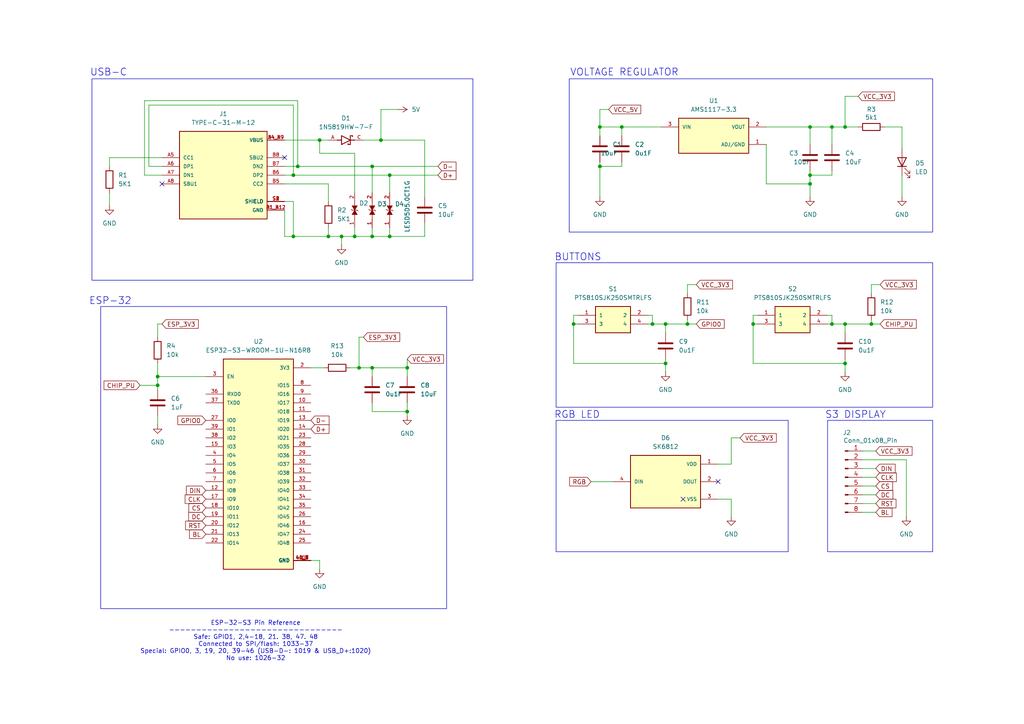
<source format=kicad_sch>
(kicad_sch (version 20250114) (generator "eeschema") (generator_version "9.0")
  (paper "A4")
  (lib_symbols
    (symbol "1N5819HW-7-F:1N5819HW-7-F" (pin_names (offset 1.016))
      (property "Reference" "D" (at -5.08 2.54 0))
      (property "Value" "1N5819HW-7-F" (at -5.08 -3.81 0))
      (symbol "1N5819HW-7-F_0_0"
        (polyline (pts (xy -2.54 0) (xy -1.27 0)) (stroke (width 0.254)))
        (polyline (pts (xy -1.27 1.27) (xy -1.27 0)) (stroke (width 0.254)))
        (polyline (pts (xy -1.27 0) (xy -1.27 -1.27)) (stroke (width 0.254)))
        (polyline (pts (xy -1.27 -1.27) (xy 1.27 0)) (stroke (width 0.254)))
        (polyline (pts (xy 0.635 -1.016) (xy 0.635 -1.27)) (stroke (width 0.254)))
        (polyline (pts (xy 1.27 1.27) (xy 1.27 0)) (stroke (width 0.254)))
        (polyline (pts (xy 1.27 0) (xy -1.27 1.27)) (stroke (width 0.254)))
        (polyline (pts (xy 1.27 0) (xy 1.27 -1.27)) (stroke (width 0.254)))
        (polyline (pts (xy 1.27 -1.27) (xy 0.635 -1.27)) (stroke (width 0.254)))
        (polyline (pts (xy 1.905 1.27) (xy 1.27 1.27)) (stroke (width 0.254)))
        (polyline (pts (xy 1.905 1.27) (xy 1.905 1.016)) (stroke (width 0.254)))
        (polyline (pts (xy 2.54 0) (xy 1.27 0)) (stroke (width 0.254)))
        (pin passive line (at -5.08 0 0) (length 2.54) (name "~") (number "A"))
        (pin passive line (at 5.08 0 180) (length 2.54) (name "~") (number "C"))
      )
    )
    (symbol "AMS1117-3.3:AMS1117-3.3" (pin_names (offset 1.016))
      (property "Reference" "U" (at -10.1766 5.5971 0))
      (property "Value" "AMS1117-3.3" (at -10.1692 -8.1354 0))
      (symbol "AMS1117-3.3_0_0"
        (rectangle (start -10.16 -5.08) (end 10.16 5.08) (stroke (width 0.254)) (fill (type background)))
        (pin input line (at -15.24 2.54 0) (length 5.08) (name "VIN") (number "3"))
        (pin output line (at 15.24 2.54 180) (length 5.08) (name "VOUT") (number "2"))
        (pin power_in line (at 15.24 -2.54 180) (length 5.08) (name "ADJ/GND") (number "1"))
      )
    )
    (symbol "Connector:Conn_01x08_Pin" (pin_names (offset 1.016) (hide yes))
      (property "Reference" "J" (at 0 10.16 0))
      (property "Value" "Conn_01x08_Pin" (at 0 -12.7 0))
      (symbol "Conn_01x08_Pin_1_1"
        (rectangle (start 0.8636 7.747) (end 0 7.493) (stroke (width 0.1524)) (fill (type outline)))
        (rectangle (start 0.8636 5.207) (end 0 4.953) (stroke (width 0.1524)) (fill (type outline)))
        (rectangle (start 0.8636 2.667) (end 0 2.413) (stroke (width 0.1524)) (fill (type outline)))
        (rectangle (start 0.8636 0.127) (end 0 -0.127) (stroke (width 0.1524)) (fill (type outline)))
        (rectangle (start 0.8636 -2.413) (end 0 -2.667) (stroke (width 0.1524)) (fill (type outline)))
        (rectangle (start 0.8636 -4.953) (end 0 -5.207) (stroke (width 0.1524)) (fill (type outline)))
        (rectangle (start 0.8636 -7.493) (end 0 -7.747) (stroke (width 0.1524)) (fill (type outline)))
        (rectangle (start 0.8636 -10.033) (end 0 -10.287) (stroke (width 0.1524)) (fill (type outline)))
        (polyline (pts (xy 1.27 7.62) (xy 0.8636 7.62)) (stroke (width 0.1524)))
        (polyline (pts (xy 1.27 5.08) (xy 0.8636 5.08)) (stroke (width 0.1524)))
        (polyline (pts (xy 1.27 2.54) (xy 0.8636 2.54)) (stroke (width 0.1524)))
        (polyline (pts (xy 1.27 0) (xy 0.8636 0)) (stroke (width 0.1524)))
        (polyline (pts (xy 1.27 -2.54) (xy 0.8636 -2.54)) (stroke (width 0.1524)))
        (polyline (pts (xy 1.27 -5.08) (xy 0.8636 -5.08)) (stroke (width 0.1524)))
        (polyline (pts (xy 1.27 -7.62) (xy 0.8636 -7.62)) (stroke (width 0.1524)))
        (polyline (pts (xy 1.27 -10.16) (xy 0.8636 -10.16)) (stroke (width 0.1524)))
        (pin passive line (at 5.08 7.62 180) (length 3.81) (name "Pin_1") (number "1"))
        (pin passive line (at 5.08 5.08 180) (length 3.81) (name "Pin_2") (number "2"))
        (pin passive line (at 5.08 2.54 180) (length 3.81) (name "Pin_3") (number "3"))
        (pin passive line (at 5.08 0 180) (length 3.81) (name "Pin_4") (number "4"))
        (pin passive line (at 5.08 -2.54 180) (length 3.81) (name "Pin_5") (number "5"))
        (pin passive line (at 5.08 -5.08 180) (length 3.81) (name "Pin_6") (number "6"))
        (pin passive line (at 5.08 -7.62 180) (length 3.81) (name "Pin_7") (number "7"))
        (pin passive line (at 5.08 -10.16 180) (length 3.81) (name "Pin_8") (number "8"))
      )
    )
    (symbol "Device:C" (pin_numbers (hide yes)) (pin_names (offset 0.254))
      (property "Reference" "C" (at 0.635 2.54 0))
      (property "Value" "C" (at 0.635 -2.54 0))
      (symbol "C_0_1"
        (polyline (pts (xy -2.032 0.762) (xy 2.032 0.762)) (stroke (width 0.508)))
        (polyline (pts (xy -2.032 -0.762) (xy 2.032 -0.762)) (stroke (width 0.508)))
      )
      (symbol "C_1_1"
        (pin passive line (at 0 3.81 270) (length 2.794) (name "~") (number "1"))
        (pin passive line (at 0 -3.81 90) (length 2.794) (name "~") (number "2"))
      )
    )
    (symbol "Device:LED" (pin_numbers (hide yes)) (pin_names (offset 1.016) (hide yes))
      (property "Reference" "D" (at 0 2.54 0))
      (property "Value" "LED" (at 0 -2.54 0))
      (symbol "LED_0_1"
        (polyline (pts (xy -3.048 -0.762) (xy -4.572 -2.286) (xy -3.81 -2.286) (xy -4.572 -2.286) (xy -4.572 -1.524)))
        (polyline (pts (xy -1.778 -0.762) (xy -3.302 -2.286) (xy -2.54 -2.286) (xy -3.302 -2.286) (xy -3.302 -1.524)))
        (polyline (pts (xy -1.27 0) (xy 1.27 0)))
        (polyline (pts (xy -1.27 -1.27) (xy -1.27 1.27)) (stroke (width 0.254)))
        (polyline (pts (xy 1.27 -1.27) (xy 1.27 1.27) (xy -1.27 0) (xy 1.27 -1.27)) (stroke (width 0.254)))
      )
      (symbol "LED_1_1"
        (pin passive line (at -3.81 0 0) (length 2.54) (name "K") (number "1"))
        (pin passive line (at 3.81 0 180) (length 2.54) (name "A") (number "2"))
      )
    )
    (symbol "Device:R" (pin_numbers (hide yes)) (pin_names (offset 0))
      (property "Reference" "R" (at 2.032 0 90))
      (property "Value" "R" (at 0 0 90))
      (symbol "R_0_1"
        (rectangle (start -1.016 -2.54) (end 1.016 2.54) (stroke (width 0.254)))
      )
      (symbol "R_1_1"
        (pin passive line (at 0 3.81 270) (length 1.27) (name "~") (number "1"))
        (pin passive line (at 0 -3.81 90) (length 1.27) (name "~") (number "2"))
      )
    )
    (symbol "ESP32-S3-WROOM-1U-N16R8:ESP32-S3-WROOM-1U-N16R8" (pin_names (offset 1.016))
      (property "Reference" "U" (at -10.16 31.242 0))
      (property "Value" "ESP32-S3-WROOM-1U-N16R8" (at -10.16 -33.02 0))
      (symbol "ESP32-S3-WROOM-1U-N16R8_0_0"
        (rectangle (start -10.16 -30.48) (end 10.16 30.48) (stroke (width 0.254)) (fill (type background)))
        (pin input line (at -15.24 25.4 0) (length 5.08) (name "EN") (number "3"))
        (pin bidirectional line (at -15.24 20.32 0) (length 5.08) (name "RXD0") (number "36"))
        (pin bidirectional line (at -15.24 17.78 0) (length 5.08) (name "TXD0") (number "37"))
        (pin bidirectional line (at -15.24 12.7 0) (length 5.08) (name "IO0") (number "27"))
        (pin bidirectional line (at -15.24 10.16 0) (length 5.08) (name "IO1") (number "39"))
        (pin bidirectional line (at -15.24 7.62 0) (length 5.08) (name "IO2") (number "38"))
        (pin bidirectional line (at -15.24 5.08 0) (length 5.08) (name "IO3") (number "15"))
        (pin bidirectional line (at -15.24 2.54 0) (length 5.08) (name "IO4") (number "4"))
        (pin bidirectional line (at -15.24 0 0) (length 5.08) (name "IO5") (number "5"))
        (pin bidirectional line (at -15.24 -2.54 0) (length 5.08) (name "IO6") (number "6"))
        (pin bidirectional line (at -15.24 -5.08 0) (length 5.08) (name "IO7") (number "7"))
        (pin bidirectional line (at -15.24 -7.62 0) (length 5.08) (name "IO8") (number "12"))
        (pin bidirectional line (at -15.24 -10.16 0) (length 5.08) (name "IO9") (number "17"))
        (pin bidirectional line (at -15.24 -12.7 0) (length 5.08) (name "IO10") (number "18"))
        (pin bidirectional line (at -15.24 -15.24 0) (length 5.08) (name "IO11") (number "19"))
        (pin bidirectional line (at -15.24 -17.78 0) (length 5.08) (name "IO12") (number "20"))
        (pin bidirectional line (at -15.24 -20.32 0) (length 5.08) (name "IO13") (number "21"))
        (pin bidirectional line (at -15.24 -22.86 0) (length 5.08) (name "IO14") (number "22"))
        (pin power_in line (at 15.24 27.94 180) (length 5.08) (name "3V3") (number "2"))
        (pin bidirectional line (at 15.24 22.86 180) (length 5.08) (name "IO15") (number "8"))
        (pin bidirectional line (at 15.24 20.32 180) (length 5.08) (name "IO16") (number "9"))
        (pin bidirectional line (at 15.24 17.78 180) (length 5.08) (name "IO17") (number "10"))
        (pin bidirectional line (at 15.24 15.24 180) (length 5.08) (name "IO18") (number "11"))
        (pin bidirectional line (at 15.24 12.7 180) (length 5.08) (name "IO19") (number "13"))
        (pin bidirectional line (at 15.24 10.16 180) (length 5.08) (name "IO20") (number "14"))
        (pin bidirectional line (at 15.24 7.62 180) (length 5.08) (name "IO21") (number "23"))
        (pin bidirectional line (at 15.24 5.08 180) (length 5.08) (name "IO35") (number "28"))
        (pin bidirectional line (at 15.24 2.54 180) (length 5.08) (name "IO36") (number "29"))
        (pin bidirectional line (at 15.24 0 180) (length 5.08) (name "IO37") (number "30"))
        (pin bidirectional line (at 15.24 -2.54 180) (length 5.08) (name "IO38") (number "31"))
        (pin bidirectional line (at 15.24 -5.08 180) (length 5.08) (name "IO39") (number "32"))
        (pin bidirectional line (at 15.24 -7.62 180) (length 5.08) (name "IO40") (number "33"))
        (pin bidirectional line (at 15.24 -10.16 180) (length 5.08) (name "IO41") (number "34"))
        (pin bidirectional line (at 15.24 -12.7 180) (length 5.08) (name "IO42") (number "35"))
        (pin bidirectional line (at 15.24 -15.24 180) (length 5.08) (name "IO45") (number "26"))
        (pin bidirectional line (at 15.24 -17.78 180) (length 5.08) (name "IO46") (number "16"))
        (pin bidirectional line (at 15.24 -20.32 180) (length 5.08) (name "IO47") (number "24"))
        (pin bidirectional line (at 15.24 -22.86 180) (length 5.08) (name "IO48") (number "25"))
        (pin power_in line (at 15.24 -27.94 180) (length 5.08) (name "GND") (number "1"))
        (pin power_in line (at 15.24 -27.94 180) (length 5.08) (name "GND") (number "40"))
        (pin power_in line (at 15.24 -27.94 180) (length 5.08) (name "GND") (number "41_1"))
        (pin power_in line (at 15.24 -27.94 180) (length 5.08) (name "GND") (number "41_2"))
        (pin power_in line (at 15.24 -27.94 180) (length 5.08) (name "GND") (number "41_3"))
        (pin power_in line (at 15.24 -27.94 180) (length 5.08) (name "GND") (number "41_4"))
        (pin power_in line (at 15.24 -27.94 180) (length 5.08) (name "GND") (number "41_5"))
        (pin power_in line (at 15.24 -27.94 180) (length 5.08) (name "GND") (number "41_6"))
        (pin power_in line (at 15.24 -27.94 180) (length 5.08) (name "GND") (number "41_7"))
        (pin power_in line (at 15.24 -27.94 180) (length 5.08) (name "GND") (number "41_8"))
        (pin power_in line (at 15.24 -27.94 180) (length 5.08) (name "GND") (number "41_9"))
      )
    )
    (symbol "LESD5D5.0CT1G:LESD5D5.0CT1G" (pin_names (offset 1.016))
      (property "Reference" "D" (at -5.08 2.54 0))
      (property "Value" "LESD5D5.0CT1G" (at -5.08 -5.08 0))
      (symbol "LESD5D5.0CT1G_0_0"
        (polyline (pts (xy -1.27 0) (xy -2.54 0)) (stroke (width 0.1524)))
        (polyline (pts (xy 0 0.762) (xy 0.254 1.016)) (stroke (width 0.1524)))
        (polyline (pts (xy 0 0) (xy -1.27 -0.762) (xy -1.27 0.762) (xy 0 0)) (stroke (width 0.1524)) (fill (type outline)))
        (polyline (pts (xy 0 0) (xy 1.27 0.762) (xy 1.27 -0.762) (xy 0 0)) (stroke (width 0.1524)) (fill (type outline)))
        (polyline (pts (xy 0 -0.762) (xy -0.254 -1.016)) (stroke (width 0.1524)))
        (polyline (pts (xy 0 -0.762) (xy 0 0.762)) (stroke (width 0.1524)))
        (polyline (pts (xy 1.27 0) (xy 2.54 0)) (stroke (width 0.1524)))
        (pin passive line (at -5.08 0 0) (length 2.54) (name "~") (number "1"))
        (pin passive line (at 5.08 0 180) (length 2.54) (name "~") (number "2"))
      )
    )
    (symbol "PTS810SJK250SMTRLFS:PTS810SJK250SMTRLFS" (pin_names (offset 1.016))
      (property "Reference" "S" (at 16.51 7.62 0))
      (property "Value" "PTS810SJK250SMTRLFS" (at 16.51 5.08 0))
      (symbol "PTS810SJK250SMTRLFS_0_0"
        (rectangle (start 5.08 -5.08) (end 15.24 2.54) (stroke (width 0.254)) (fill (type background)))
        (pin bidirectional line (at 0 0 0) (length 5.08) (name "1") (number "1"))
        (pin bidirectional line (at 0 -2.54 0) (length 5.08) (name "3") (number "3"))
        (pin bidirectional line (at 20.32 0 180) (length 5.08) (name "2") (number "2"))
        (pin bidirectional line (at 20.32 -2.54 180) (length 5.08) (name "4") (number "4"))
      )
    )
    (symbol "SK6812:SK6812" (pin_names (offset 1.016))
      (property "Reference" "D" (at -10.16 8.89 0))
      (property "Value" "SK6812" (at -10.16 -10.16 0))
      (symbol "SK6812_0_0"
        (rectangle (start -10.16 -7.62) (end 10.16 7.62) (stroke (width 0.254)) (fill (type background)))
        (pin input line (at -15.24 0 0) (length 5.08) (name "DIN") (number "4"))
        (pin power_in line (at 15.24 5.08 180) (length 5.08) (name "VDD") (number "1"))
        (pin output line (at 15.24 0 180) (length 5.08) (name "DOUT") (number "2"))
        (pin power_in line (at 15.24 -5.08 180) (length 5.08) (name "VSS") (number "3"))
      )
    )
    (symbol "TYPE-C-31-M-12:TYPE-C-31-M-12" (pin_names (offset 1.016))
      (property "Reference" "J" (at -12.7 13.462 0))
      (property "Value" "TYPE-C-31-M-12" (at -12.7 -13.462 0))
      (symbol "TYPE-C-31-M-12_0_0"
        (rectangle (start -12.7 -12.7) (end 12.7 12.7) (stroke (width 0.254)) (fill (type background)))
        (pin bidirectional line (at -17.78 5.08 0) (length 5.08) (name "CC1") (number "A5"))
        (pin bidirectional line (at -17.78 2.54 0) (length 5.08) (name "DP1") (number "A6"))
        (pin bidirectional line (at -17.78 0 0) (length 5.08) (name "DN1") (number "A7"))
        (pin bidirectional line (at -17.78 -2.54 0) (length 5.08) (name "SBU1") (number "A8"))
        (pin power_in line (at 17.78 10.16 180) (length 5.08) (name "VBUS") (number "A4_B9"))
        (pin power_in line (at 17.78 10.16 180) (length 5.08) (name "VBUS") (number "B4_A9"))
        (pin bidirectional line (at 17.78 5.08 180) (length 5.08) (name "SBU2") (number "B8"))
        (pin bidirectional line (at 17.78 2.54 180) (length 5.08) (name "DN2") (number "B7"))
        (pin bidirectional line (at 17.78 0 180) (length 5.08) (name "DP2") (number "B6"))
        (pin bidirectional line (at 17.78 -2.54 180) (length 5.08) (name "CC2") (number "B5"))
        (pin passive line (at 17.78 -7.62 180) (length 5.08) (name "SHIELD") (number "S1"))
        (pin passive line (at 17.78 -7.62 180) (length 5.08) (name "SHIELD") (number "S2"))
        (pin passive line (at 17.78 -7.62 180) (length 5.08) (name "SHIELD") (number "S3"))
        (pin passive line (at 17.78 -7.62 180) (length 5.08) (name "SHIELD") (number "S4"))
        (pin power_in line (at 17.78 -10.16 180) (length 5.08) (name "GND") (number "A1_B12"))
        (pin power_in line (at 17.78 -10.16 180) (length 5.08) (name "GND") (number "B1_A12"))
      )
    )
    (symbol "power:GND" (power) (pin_numbers (hide yes)) (pin_names (offset 0) (hide yes))
      (property "Value" "GND" (at 0 -3.81 0))
      (symbol "GND_0_1"
        (polyline (pts (xy 0 0) (xy 0 -1.27) (xy 1.27 -1.27) (xy 0 -2.54) (xy -1.27 -1.27) (xy 0 -1.27)))
      )
      (symbol "GND_1_1"
        (pin power_in line (at 0 0 270) (length 0) (name "~") (number "1"))
      )
    )
    (symbol "power:VCC" (power) (pin_numbers (hide yes)) (pin_names (offset 0) (hide yes))
      (property "Value" "VCC" (at 0 3.556 0))
      (symbol "VCC_0_1"
        (polyline (pts (xy -0.762 1.27) (xy 0 2.54)))
        (polyline (pts (xy 0 2.54) (xy 0.762 1.27)))
        (polyline (pts (xy 0 0) (xy 0 2.54)))
      )
      (symbol "VCC_1_1"
        (pin power_in line (at 0 0 90) (length 0) (name "~") (number "1"))
      )
    )
  )
  (rectangle (start 240.03 121.92) (end 270.51 160.02))
  (rectangle (start 161.29 121.92) (end 228.6 160.02))
  (rectangle (start 29.21 88.9) (end 129.54 176.53))
  (rectangle (start 161.29 76.2) (end 270.51 118.11))
  (rectangle (start 165.1 22.86) (end 270.51 67.31))
  (rectangle (start 26.67 22.86) (end 137.16 81.28))
  (text "ESP-32" (at 32.004 87.376 0) (effects (font (size 2.032 2.032))))
  (text "S3 DISPLAY" (at 248.158 120.396 0) (effects (font (size 2.032 2.032))))
  (text "RGB LED" (at 167.386 120.396 0) (effects (font (size 2.032 2.032))))
  (text "ESP-32-S3 Pin Reference\n--------------------------------\nSafe: GPIO1, 2,4-18, 21. 38, 47. 48\nConnected to SPI/flash: 1033-37\nSpecial: GPIO0, 3, 19, 20, 39-46 (USB-D-: 1019 & USB_D+:1020)\nNo use: 1026-32" (at 74.168 185.928 0) (effects (font (size 1.27 1.27))))
  (text "USB-C\n" (at 31.496 21.082 0) (effects (font (size 2.032 2.032))))
  (text "VOLTAGE REGULATOR" (at 181.102 21.082 0) (effects (font (size 2.032 2.032))))
  (text "BUTTONS" (at 167.64 74.676 0) (effects (font (size 2.032 2.032))))
  (junction (at 245.11 105.41))
  (junction (at 173.99 36.83))
  (junction (at 252.73 93.98))
  (junction (at 241.3 36.83))
  (junction (at 86.36 48.26))
  (junction (at 113.03 68.58))
  (junction (at 85.09 68.58))
  (junction (at 107.95 68.58))
  (junction (at 92.71 40.64))
  (junction (at 199.39 93.98))
  (junction (at 189.23 93.98))
  (junction (at 234.95 53.34))
  (junction (at 85.09 50.8))
  (junction (at 241.3 93.98))
  (junction (at 245.11 93.98))
  (junction (at 218.44 93.98))
  (junction (at 104.14 106.68))
  (junction (at 45.72 109.22))
  (junction (at 173.99 48.26))
  (junction (at 193.04 105.41))
  (junction (at 102.87 68.58))
  (junction (at 107.95 106.68))
  (junction (at 110.49 40.64))
  (junction (at 234.95 50.8))
  (junction (at 180.34 36.83))
  (junction (at 166.37 93.98))
  (junction (at 107.95 48.26))
  (junction (at 118.11 106.68))
  (junction (at 234.95 36.83))
  (junction (at 113.03 50.8))
  (junction (at 245.11 36.83))
  (junction (at 118.11 119.38))
  (junction (at 45.72 111.76))
  (junction (at 95.25 68.58))
  (junction (at 99.06 68.58))
  (junction (at 193.04 93.98))
  (no_connect (at 46.99 53.34))
  (no_connect (at 198.12 144.78))
  (no_connect (at 82.55 45.72))
  (no_connect (at 208.28 139.7))
  (wire (pts (xy 180.34 36.83) (xy 173.99 36.83)))
  (wire (pts (xy 241.3 36.83) (xy 241.3 41.91)))
  (wire (pts (xy 107.95 48.26) (xy 107.95 55.88)))
  (wire (pts (xy 262.89 133.35) (xy 262.89 149.86)))
  (wire (pts (xy 240.03 91.44) (xy 241.3 91.44)))
  (wire (pts (xy 92.71 162.56) (xy 92.71 165.1)))
  (wire (pts (xy 191.77 36.83) (xy 180.34 36.83)))
  (wire (pts (xy 41.91 29.21) (xy 86.36 29.21)))
  (wire (pts (xy 104.14 106.68) (xy 107.95 106.68)))
  (wire (pts (xy 82.55 40.64) (xy 92.71 40.64)))
  (wire (pts (xy 250.19 135.89) (xy 254 135.89)))
  (wire (pts (xy 189.23 93.98) (xy 193.04 93.98)))
  (wire (pts (xy 167.64 91.44) (xy 166.37 91.44)))
  (wire (pts (xy 123.19 68.58) (xy 123.19 64.77)))
  (wire (pts (xy 234.95 49.53) (xy 234.95 50.8)))
  (wire (pts (xy 245.11 93.98) (xy 252.73 93.98)))
  (wire (pts (xy 41.91 50.8) (xy 46.99 50.8)))
  (wire (pts (xy 173.99 48.26) (xy 173.99 57.15)))
  (wire (pts (xy 45.72 111.76) (xy 45.72 113.03)))
  (wire (pts (xy 118.11 106.68) (xy 118.11 109.22)))
  (wire (pts (xy 82.55 58.42) (xy 85.09 58.42)))
  (wire (pts (xy 45.72 93.98) (xy 45.72 97.79)))
  (wire (pts (xy 234.95 50.8) (xy 234.95 53.34)))
  (wire (pts (xy 222.25 36.83) (xy 234.95 36.83)))
  (wire (pts (xy 90.17 106.68) (xy 93.98 106.68)))
  (wire (pts (xy 118.11 116.84) (xy 118.11 119.38)))
  (wire (pts (xy 92.71 44.45) (xy 92.71 40.64)))
  (wire (pts (xy 95.25 68.58) (xy 85.09 68.58)))
  (wire (pts (xy 208.28 134.62) (xy 212.09 134.62)))
  (wire (pts (xy 113.03 68.58) (xy 123.19 68.58)))
  (wire (pts (xy 173.99 31.75) (xy 176.53 31.75)))
  (wire (pts (xy 40.64 111.76) (xy 45.72 111.76)))
  (wire (pts (xy 222.25 41.91) (xy 222.25 53.34)))
  (wire (pts (xy 31.75 55.88) (xy 31.75 59.69)))
  (wire (pts (xy 95.25 53.34) (xy 82.55 53.34)))
  (wire (pts (xy 240.03 93.98) (xy 241.3 93.98)))
  (wire (pts (xy 104.14 106.68) (xy 104.14 97.79)))
  (wire (pts (xy 245.11 105.41) (xy 218.44 105.41)))
  (wire (pts (xy 193.04 93.98) (xy 193.04 96.52)))
  (wire (pts (xy 252.73 93.98) (xy 255.27 93.98)))
  (wire (pts (xy 250.19 133.35) (xy 262.89 133.35)))
  (wire (pts (xy 250.19 138.43) (xy 254 138.43)))
  (wire (pts (xy 199.39 93.98) (xy 201.93 93.98)))
  (wire (pts (xy 45.72 93.98) (xy 46.99 93.98)))
  (wire (pts (xy 245.11 36.83) (xy 245.11 27.94)))
  (wire (pts (xy 86.36 48.26) (xy 107.95 48.26)))
  (wire (pts (xy 234.95 50.8) (xy 241.3 50.8)))
  (wire (pts (xy 123.19 57.15) (xy 123.19 40.64)))
  (wire (pts (xy 110.49 40.64) (xy 110.49 31.75)))
  (wire (pts (xy 173.99 46.99) (xy 173.99 48.26)))
  (wire (pts (xy 212.09 144.78) (xy 212.09 149.86)))
  (wire (pts (xy 107.95 66.04) (xy 107.95 68.58)))
  (wire (pts (xy 107.95 68.58) (xy 113.03 68.58)))
  (wire (pts (xy 250.19 143.51) (xy 254 143.51)))
  (wire (pts (xy 82.55 60.96) (xy 82.55 68.58)))
  (wire (pts (xy 241.3 91.44) (xy 241.3 93.98)))
  (wire (pts (xy 252.73 82.55) (xy 255.27 82.55)))
  (wire (pts (xy 199.39 93.98) (xy 199.39 92.71)))
  (wire (pts (xy 85.09 30.48) (xy 43.18 30.48)))
  (wire (pts (xy 252.73 93.98) (xy 252.73 92.71)))
  (wire (pts (xy 92.71 40.64) (xy 95.25 40.64)))
  (wire (pts (xy 45.72 120.65) (xy 45.72 123.19)))
  (wire (pts (xy 180.34 36.83) (xy 180.34 39.37)))
  (wire (pts (xy 85.09 58.42) (xy 85.09 68.58)))
  (wire (pts (xy 250.19 130.81) (xy 254 130.81)))
  (wire (pts (xy 245.11 36.83) (xy 248.92 36.83)))
  (wire (pts (xy 107.95 106.68) (xy 107.95 109.22)))
  (wire (pts (xy 166.37 93.98) (xy 166.37 105.41)))
  (wire (pts (xy 241.3 93.98) (xy 245.11 93.98)))
  (wire (pts (xy 241.3 49.53) (xy 241.3 50.8)))
  (wire (pts (xy 252.73 85.09) (xy 252.73 82.55)))
  (wire (pts (xy 86.36 29.21) (xy 86.36 48.26)))
  (wire (pts (xy 187.96 91.44) (xy 189.23 91.44)))
  (wire (pts (xy 31.75 45.72) (xy 31.75 48.26)))
  (wire (pts (xy 46.99 45.72) (xy 31.75 45.72)))
  (wire (pts (xy 218.44 105.41) (xy 218.44 93.98)))
  (wire (pts (xy 199.39 85.09) (xy 199.39 82.55)))
  (wire (pts (xy 101.6 106.68) (xy 104.14 106.68)))
  (wire (pts (xy 261.62 36.83) (xy 261.62 43.18)))
  (wire (pts (xy 123.19 40.64) (xy 110.49 40.64)))
  (wire (pts (xy 212.09 127) (xy 214.63 127)))
  (wire (pts (xy 173.99 36.83) (xy 173.99 39.37)))
  (wire (pts (xy 173.99 36.83) (xy 173.99 31.75)))
  (wire (pts (xy 222.25 53.34) (xy 234.95 53.34)))
  (wire (pts (xy 90.17 162.56) (xy 92.71 162.56)))
  (wire (pts (xy 245.11 93.98) (xy 245.11 96.52)))
  (wire (pts (xy 95.25 66.04) (xy 95.25 68.58)))
  (wire (pts (xy 171.45 139.7) (xy 177.8 139.7)))
  (wire (pts (xy 107.95 48.26) (xy 127 48.26)))
  (wire (pts (xy 107.95 106.68) (xy 118.11 106.68)))
  (wire (pts (xy 250.19 146.05) (xy 254 146.05)))
  (wire (pts (xy 43.18 30.48) (xy 43.18 48.26)))
  (wire (pts (xy 99.06 68.58) (xy 99.06 71.12)))
  (wire (pts (xy 250.19 140.97) (xy 254 140.97)))
  (wire (pts (xy 113.03 68.58) (xy 113.03 66.04)))
  (wire (pts (xy 234.95 53.34) (xy 234.95 57.15)))
  (wire (pts (xy 118.11 119.38) (xy 118.11 120.65)))
  (wire (pts (xy 99.06 68.58) (xy 102.87 68.58)))
  (wire (pts (xy 82.55 48.26) (xy 86.36 48.26)))
  (wire (pts (xy 43.18 48.26) (xy 46.99 48.26)))
  (wire (pts (xy 193.04 105.41) (xy 193.04 107.95)))
  (wire (pts (xy 250.19 148.59) (xy 254 148.59)))
  (wire (pts (xy 208.28 144.78) (xy 212.09 144.78)))
  (wire (pts (xy 107.95 116.84) (xy 107.95 119.38)))
  (wire (pts (xy 41.91 50.8) (xy 41.91 29.21)))
  (wire (pts (xy 166.37 93.98) (xy 167.64 93.98)))
  (wire (pts (xy 256.54 36.83) (xy 261.62 36.83)))
  (wire (pts (xy 113.03 50.8) (xy 127 50.8)))
  (wire (pts (xy 245.11 105.41) (xy 245.11 107.95)))
  (wire (pts (xy 218.44 93.98) (xy 219.71 93.98)))
  (wire (pts (xy 95.25 68.58) (xy 99.06 68.58)))
  (wire (pts (xy 45.72 109.22) (xy 45.72 105.41)))
  (wire (pts (xy 59.69 109.22) (xy 45.72 109.22)))
  (wire (pts (xy 110.49 31.75) (xy 115.57 31.75)))
  (wire (pts (xy 245.11 27.94) (xy 248.92 27.94)))
  (wire (pts (xy 219.71 91.44) (xy 218.44 91.44)))
  (wire (pts (xy 241.3 36.83) (xy 245.11 36.83)))
  (wire (pts (xy 118.11 104.14) (xy 118.11 106.68)))
  (wire (pts (xy 85.09 50.8) (xy 85.09 30.48)))
  (wire (pts (xy 102.87 68.58) (xy 107.95 68.58)))
  (wire (pts (xy 245.11 104.14) (xy 245.11 105.41)))
  (wire (pts (xy 261.62 50.8) (xy 261.62 57.15)))
  (wire (pts (xy 180.34 48.26) (xy 173.99 48.26)))
  (wire (pts (xy 189.23 91.44) (xy 189.23 93.98)))
  (wire (pts (xy 102.87 55.88) (xy 102.87 44.45)))
  (wire (pts (xy 218.44 91.44) (xy 218.44 93.98)))
  (wire (pts (xy 180.34 46.99) (xy 180.34 48.26)))
  (wire (pts (xy 85.09 50.8) (xy 113.03 50.8)))
  (wire (pts (xy 82.55 68.58) (xy 85.09 68.58)))
  (wire (pts (xy 166.37 105.41) (xy 193.04 105.41)))
  (wire (pts (xy 199.39 82.55) (xy 201.93 82.55)))
  (wire (pts (xy 95.25 58.42) (xy 95.25 53.34)))
  (wire (pts (xy 82.55 50.8) (xy 85.09 50.8)))
  (wire (pts (xy 102.87 44.45) (xy 92.71 44.45)))
  (wire (pts (xy 234.95 36.83) (xy 241.3 36.83)))
  (wire (pts (xy 166.37 91.44) (xy 166.37 93.98)))
  (wire (pts (xy 234.95 36.83) (xy 234.95 41.91)))
  (wire (pts (xy 102.87 66.04) (xy 102.87 68.58)))
  (wire (pts (xy 105.41 40.64) (xy 110.49 40.64)))
  (wire (pts (xy 193.04 105.41) (xy 193.04 104.14)))
  (wire (pts (xy 113.03 50.8) (xy 113.03 55.88)))
  (wire (pts (xy 187.96 93.98) (xy 189.23 93.98)))
  (wire (pts (xy 107.95 119.38) (xy 118.11 119.38)))
  (wire (pts (xy 104.14 97.79) (xy 105.41 97.79)))
  (wire (pts (xy 212.09 134.62) (xy 212.09 127)))
  (wire (pts (xy 45.72 109.22) (xy 45.72 111.76)))
  (wire (pts (xy 193.04 93.98) (xy 199.39 93.98)))
  (global_label "RST" (shape input) (at 254 146.05 0) (property "Intersheetrefs" "${INTERSHEET_REFS}" (effects (hide yes))))
  (global_label "VCC_3V3" (shape input) (at 255.27 82.55 0) (property "Intersheetrefs" "${INTERSHEET_REFS}" (effects (hide yes))))
  (global_label "CLK" (shape input) (at 59.69 144.78 180) (property "Intersheetrefs" "${INTERSHEET_REFS}" (effects (hide yes))))
  (global_label "DC" (shape input) (at 254 143.51 0) (property "Intersheetrefs" "${INTERSHEET_REFS}" (effects (hide yes))))
  (global_label "ESP_3V3" (shape input) (at 105.41 97.79 0) (property "Intersheetrefs" "${INTERSHEET_REFS}" (effects (hide yes))))
  (global_label "RST" (shape input) (at 59.69 152.4 180) (property "Intersheetrefs" "${INTERSHEET_REFS}" (effects (hide yes))))
  (global_label "CS" (shape input) (at 59.69 147.32 180) (property "Intersheetrefs" "${INTERSHEET_REFS}" (effects (hide yes))))
  (global_label "GPIO0" (shape input) (at 201.93 93.98 0) (property "Intersheetrefs" "${INTERSHEET_REFS}" (effects (hide yes))))
  (global_label "CLK" (shape input) (at 254 138.43 0) (property "Intersheetrefs" "${INTERSHEET_REFS}" (effects (hide yes))))
  (global_label "D+" (shape input) (at 90.17 124.46 0) (property "Intersheetrefs" "${INTERSHEET_REFS}" (effects (hide yes))))
  (global_label "BL" (shape input) (at 254 148.59 0) (property "Intersheetrefs" "${INTERSHEET_REFS}" (effects (hide yes))))
  (global_label "D+" (shape input) (at 127 50.8 0) (property "Intersheetrefs" "${INTERSHEET_REFS}" (effects (hide yes))))
  (global_label "VCC_3V3" (shape input) (at 118.11 104.14 0) (property "Intersheetrefs" "${INTERSHEET_REFS}" (effects (hide yes))))
  (global_label "DIN" (shape input) (at 59.69 142.24 180) (property "Intersheetrefs" "${INTERSHEET_REFS}" (effects (hide yes))))
  (global_label "VCC_3V3" (shape input) (at 201.93 82.55 0) (property "Intersheetrefs" "${INTERSHEET_REFS}" (effects (hide yes))))
  (global_label "VCC_3V3" (shape input) (at 214.63 127 0) (property "Intersheetrefs" "${INTERSHEET_REFS}" (effects (hide yes))))
  (global_label "RGB" (shape input) (at 171.45 139.7 180) (property "Intersheetrefs" "${INTERSHEET_REFS}" (effects (hide yes))))
  (global_label "DIN" (shape input) (at 254 135.89 0) (property "Intersheetrefs" "${INTERSHEET_REFS}" (effects (hide yes))))
  (global_label "CS" (shape input) (at 254 140.97 0) (property "Intersheetrefs" "${INTERSHEET_REFS}" (effects (hide yes))))
  (global_label "ESP_3V3" (shape input) (at 46.99 93.98 0) (property "Intersheetrefs" "${INTERSHEET_REFS}" (effects (hide yes))))
  (global_label "BL" (shape input) (at 59.69 154.94 180) (property "Intersheetrefs" "${INTERSHEET_REFS}" (effects (hide yes))))
  (global_label "GPIO0" (shape input) (at 59.69 121.92 180) (property "Intersheetrefs" "${INTERSHEET_REFS}" (effects (hide yes))))
  (global_label "DC" (shape input) (at 59.69 149.86 180) (property "Intersheetrefs" "${INTERSHEET_REFS}" (effects (hide yes))))
  (global_label "D-" (shape input) (at 127 48.26 0) (property "Intersheetrefs" "${INTERSHEET_REFS}" (effects (hide yes))))
  (global_label "VCC_3V3" (shape input) (at 254 130.81 0) (property "Intersheetrefs" "${INTERSHEET_REFS}" (effects (hide yes))))
  (global_label "CHIP_PU" (shape input) (at 40.64 111.76 180) (property "Intersheetrefs" "${INTERSHEET_REFS}" (effects (hide yes))))
  (global_label "VCC_5V" (shape input) (at 176.53 31.75 0) (property "Intersheetrefs" "${INTERSHEET_REFS}" (effects (hide yes))))
  (global_label "VCC_3V3" (shape input) (at 248.92 27.94 0) (property "Intersheetrefs" "${INTERSHEET_REFS}" (effects (hide yes))))
  (global_label "D-" (shape input) (at 90.17 121.92 0) (property "Intersheetrefs" "${INTERSHEET_REFS}" (effects (hide yes))))
  (global_label "CHIP_PU" (shape input) (at 255.27 93.98 0) (property "Intersheetrefs" "${INTERSHEET_REFS}" (effects (hide yes))))
  (symbol (lib_id "Device:LED") (at 261.62 46.99 90) (unit 1)
    (property "Reference" "D5" (at 265.43 47.3074 90) (effects (justify right)))
    (property "Value" "LED" (at 265.43 49.8474 90) (effects (justify right)))
    (property "Footprint" "LED_SMD:LED_0805_2012Metric" (effects (hide yes)))
    (property "Description" "Light emitting diode" (effects (hide yes)))
    (property "Sim.Pins" "1=K 2=A" (effects (hide yes)))
  )
  (symbol (lib_id "Device:R") (at 252.73 88.9 0) (unit 1)
    (property "Reference" "R12" (at 255.27 87.6299 0) (effects (justify left)))
    (property "Value" "10k" (at 255.27 90.1699 0) (effects (justify left)))
    (property "Footprint" "Resistor_SMD:R_0805_2012Metric_Pad1.20x1.40mm_HandSolder" (effects (hide yes)))
    (property "Description" "Resistor" (effects (hide yes)))
  )
  (symbol (lib_id "Connector:Conn_01x08_Pin") (at 245.11 138.43 0) (unit 1)
    (property "Reference" "J2" (at 245.618 125.476 0))
    (property "Value" "Conn_01x08_Pin" (at 252.476 127.762 0))
    (property "Footprint" "Connector_PinHeader_2.54mm:PinHeader_1x08_P2.54mm_Vertical" (effects (hide yes)))
    (property "Description" "Generic connector, single row, 01x08, script generated" (effects (hide yes)))
  )
  (symbol (lib_id "LESD5D5.0CT1G:LESD5D5.0CT1G") (at 113.03 60.96 90) (unit 1)
    (property "Reference" "D4" (at 114.554 59.182 90) (effects (justify right)))
    (property "Value" "LESD5D5.0CT1G" (at 118.11 52.324 0) (effects (justify right)))
    (property "Footprint" "Downloaded_from_internet:TVS_LESD5D5.0CT1G" (effects (hide yes)))
    (property "MF" "Leshan Radio Co." (effects (hide yes)))
    (property "MAXIMUM_PACKAGE_HEIGHT" "0.7 mm" (effects (hide yes)))
    (property "Package" "None" (effects (hide yes)))
    (property "Price" "None" (effects (hide yes)))
    (property "Check_prices" "https://www.snapeda.com/parts/LESD5D5.0CT1G/Leshan+Radio/view-part/?ref=eda" (effects (hide yes)))
    (property "STANDARD" "Manufacturer Recommendations" (effects (hide yes)))
    (property "PARTREV" "O" (effects (hide yes)))
    (property "SnapEDA_Link" "https://www.snapeda.com/parts/LESD5D5.0CT1G/Leshan+Radio/view-part/?ref=snap" (effects (hide yes)))
    (property "MP" "LESD5D5.0CT1G" (effects (hide yes)))
    (property "Description_1" "Transient Voltage Suppressors for ESD Protection" (effects (hide yes)))
    (property "Availability" "In Stock" (effects (hide yes)))
    (property "MANUFACTURER" "LRC" (effects (hide yes)))
  )
  (symbol (lib_id "Device:R") (at 97.79 106.68 90) (unit 1)
    (property "Reference" "R13" (at 97.79 100.33 90))
    (property "Value" "10k" (at 97.79 102.87 90))
    (property "Footprint" "Resistor_SMD:R_0805_2012Metric_Pad1.20x1.40mm_HandSolder" (effects (hide yes)))
    (property "Description" "Resistor" (effects (hide yes)))
  )
  (symbol (lib_id "power:GND") (at 99.06 71.12 0) (unit 1)
    (property "Reference" "#PWR02" (effects (hide yes)))
    (property "Value" "GND" (at 99.06 76.2 0))
    (property "Description" "Power symbol creates a global label with name \"GND\" , ground" (effects (hide yes)))
  )
  (symbol (lib_id "power:GND") (at 92.71 165.1 0) (unit 1)
    (property "Reference" "#PWR09" (effects (hide yes)))
    (property "Value" "GND" (at 92.71 170.18 0))
    (property "Description" "Power symbol creates a global label with name \"GND\" , ground" (effects (hide yes)))
  )
  (symbol (lib_id "Device:C") (at 118.11 113.03 0) (unit 1)
    (property "Reference" "C8" (at 121.92 111.7599 0) (effects (justify left)))
    (property "Value" "10uF" (at 121.92 114.2999 0) (effects (justify left)))
    (property "Footprint" "Capacitor_SMD:C_0805_2012Metric_Pad1.18x1.45mm_HandSolder" (effects (hide yes)))
    (property "Description" "Unpolarized capacitor" (effects (hide yes)))
  )
  (symbol (lib_id "Device:R") (at 45.72 101.6 0) (unit 1)
    (property "Reference" "R4" (at 48.26 100.3299 0) (effects (justify left)))
    (property "Value" "10k" (at 48.26 102.8699 0) (effects (justify left)))
    (property "Footprint" "Resistor_SMD:R_0805_2012Metric_Pad1.20x1.40mm_HandSolder" (effects (hide yes)))
    (property "Description" "Resistor" (effects (hide yes)))
  )
  (symbol (lib_id "AMS1117-3.3:AMS1117-3.3") (at 207.01 39.37 0) (unit 1)
    (property "Reference" "U1" (at 207.01 29.21 0))
    (property "Value" "AMS1117-3.3" (at 207.01 31.75 0))
    (property "Footprint" "Downloaded_from_internet:SOT229P700X180-4N" (effects (hide yes)))
    (property "MF" "UMW" (effects (hide yes)))
    (property "Description_1" "Linear Voltage Regulator IC Positive Fixed 1 Output 1A SOT-223-3L" (effects (hide yes)))
    (property "PACKAGE" "SOT-223 ams" (effects (hide yes)))
    (property "PRICE" "None" (effects (hide yes)))
    (property "Package" "SOT-223-3L UMW" (effects (hide yes)))
    (property "Check_prices" "https://www.snapeda.com/parts/AMS1117-3.3/UMW/view-part/?ref=eda" (effects (hide yes)))
    (property "STANDARD" "IPC-7351B" (effects (hide yes)))
    (property "PARTREV" "NA" (effects (hide yes)))
    (property "SnapEDA_Link" "https://www.snapeda.com/parts/AMS1117-3.3/UMW/view-part/?ref=snap" (effects (hide yes)))
    (property "MP" "AMS1117-3.3" (effects (hide yes)))
    (property "Price" "None" (effects (hide yes)))
    (property "Availability" "In Stock" (effects (hide yes)))
    (property "AVAILABILITY" "Unavailable" (effects (hide yes)))
    (property "MANUFACTURER" "Advanced Mololithic Systems" (effects (hide yes)))
  )
  (symbol (lib_id "SK6812:SK6812") (at 193.04 139.7 0) (unit 1)
    (property "Reference" "D6" (at 193.04 127 0))
    (property "Value" "SK6812" (at 193.04 129.54 0))
    (property "Footprint" "Downloaded_from_internet:LED_SK6812" (effects (hide yes)))
    (property "MF" "Normand Electronics" (effects (hide yes)))
    (property "MAXIMUM_PACKAGE_HEIGHT" "1.7 mm" (effects (hide yes)))
    (property "Package" "None" (effects (hide yes)))
    (property "Price" "None" (effects (hide yes)))
    (property "Check_prices" "https://www.snapeda.com/parts/SK6812/Normand/view-part/?ref=eda" (effects (hide yes)))
    (property "STANDARD" "Manufacturer Recommendations" (effects (hide yes)))
    (property "PARTREV" "03" (effects (hide yes)))
    (property "SnapEDA_Link" "https://www.snapeda.com/parts/SK6812/Normand/view-part/?ref=snap" (effects (hide yes)))
    (property "MP" "SK6812" (effects (hide yes)))
    (property "Description_1" "5.4x5.0x1.6 mm 0.2W Intelligent external control surface mount SMD LED (MSL:5a)" (effects (hide yes)))
    (property "Availability" "Not in stock" (effects (hide yes)))
    (property "MANUFACTURER" "Shenzhen LED Color" (effects (hide yes)))
  )
  (symbol (lib_id "Device:R") (at 95.25 62.23 0) (unit 1)
    (property "Reference" "R2" (at 97.79 60.9599 0) (effects (justify left)))
    (property "Value" "5K1" (at 97.79 63.4999 0) (effects (justify left)))
    (property "Footprint" "Resistor_SMD:R_0805_2012Metric_Pad1.20x1.40mm_HandSolder" (effects (hide yes)))
    (property "Description" "Resistor" (effects (hide yes)))
  )
  (symbol (lib_id "LESD5D5.0CT1G:LESD5D5.0CT1G") (at 107.95 60.96 90) (unit 1)
    (property "Reference" "D3" (at 109.474 59.182 90) (effects (justify right)))
    (property "Value" "LESD5D5.0CT1G" (effects (hide yes)))
    (property "Footprint" "Downloaded_from_internet:TVS_LESD5D5.0CT1G" (effects (hide yes)))
    (property "MF" "Leshan Radio Co." (effects (hide yes)))
    (property "MAXIMUM_PACKAGE_HEIGHT" "0.7 mm" (effects (hide yes)))
    (property "Package" "None" (effects (hide yes)))
    (property "Price" "None" (effects (hide yes)))
    (property "Check_prices" "https://www.snapeda.com/parts/LESD5D5.0CT1G/Leshan+Radio/view-part/?ref=eda" (effects (hide yes)))
    (property "STANDARD" "Manufacturer Recommendations" (effects (hide yes)))
    (property "PARTREV" "O" (effects (hide yes)))
    (property "SnapEDA_Link" "https://www.snapeda.com/parts/LESD5D5.0CT1G/Leshan+Radio/view-part/?ref=snap" (effects (hide yes)))
    (property "MP" "LESD5D5.0CT1G" (effects (hide yes)))
    (property "Description_1" "Transient Voltage Suppressors for ESD Protection" (effects (hide yes)))
    (property "Availability" "In Stock" (effects (hide yes)))
    (property "MANUFACTURER" "LRC" (effects (hide yes)))
  )
  (symbol (lib_id "Device:C") (at 180.34 43.18 0) (unit 1)
    (property "Reference" "C2" (at 184.15 41.9099 0) (effects (justify left)))
    (property "Value" "0u1F" (at 184.15 44.4499 0) (effects (justify left)))
    (property "Footprint" "Capacitor_SMD:C_0805_2012Metric_Pad1.18x1.45mm_HandSolder" (effects (hide yes)))
    (property "Description" "Unpolarized capacitor" (effects (hide yes)))
  )
  (symbol (lib_id "LESD5D5.0CT1G:LESD5D5.0CT1G") (at 102.87 60.96 90) (unit 1)
    (property "Reference" "D2" (at 104.14 58.928 90) (effects (justify right)))
    (property "Value" "LESD5D5.0CT1G" (effects (hide yes)))
    (property "Footprint" "Downloaded_from_internet:TVS_LESD5D5.0CT1G" (effects (hide yes)))
    (property "MF" "Leshan Radio Co." (effects (hide yes)))
    (property "MAXIMUM_PACKAGE_HEIGHT" "0.7 mm" (effects (hide yes)))
    (property "Package" "None" (effects (hide yes)))
    (property "Price" "None" (effects (hide yes)))
    (property "Check_prices" "https://www.snapeda.com/parts/LESD5D5.0CT1G/Leshan+Radio/view-part/?ref=eda" (effects (hide yes)))
    (property "STANDARD" "Manufacturer Recommendations" (effects (hide yes)))
    (property "PARTREV" "O" (effects (hide yes)))
    (property "SnapEDA_Link" "https://www.snapeda.com/parts/LESD5D5.0CT1G/Leshan+Radio/view-part/?ref=snap" (effects (hide yes)))
    (property "MP" "LESD5D5.0CT1G" (effects (hide yes)))
    (property "Description_1" "Transient Voltage Suppressors for ESD Protection" (effects (hide yes)))
    (property "Availability" "In Stock" (effects (hide yes)))
    (property "MANUFACTURER" "LRC" (effects (hide yes)))
  )
  (symbol (lib_id "1N5819HW-7-F:1N5819HW-7-F") (at 100.33 40.64 0) (unit 1)
    (property "Reference" "D1" (at 100.33 34.29 0))
    (property "Value" "1N5819HW-7-F" (at 100.33 36.83 0))
    (property "Footprint" "Downloaded_from_internet:SOD3715X145N" (effects (hide yes)))
    (property "MF" "Diodes Inc." (effects (hide yes)))
    (property "Description_1" "Diode Schottky 1A 40V SOD123 | Diodes Inc 1N5819HW-7-F" (effects (hide yes)))
    (property "Package" "SOD-123 Fairchild Semiconductor" (effects (hide yes)))
    (property "Price" "None" (effects (hide yes)))
    (property "Check_prices" "https://www.snapeda.com/parts/1N5819HW-7-F/Diodes+Inc./view-part/?ref=eda" (effects (hide yes)))
    (property "STANDARD" "IPC-7351B" (effects (hide yes)))
    (property "PARTREV" "18-2" (effects (hide yes)))
    (property "SnapEDA_Link" "https://www.snapeda.com/parts/1N5819HW-7-F/Diodes+Inc./view-part/?ref=snap" (effects (hide yes)))
    (property "MP" "1N5819HW-7-F" (effects (hide yes)))
    (property "Availability" "In Stock" (effects (hide yes)))
    (property "MANUFACTURER" "Diodes Inc." (effects (hide yes)))
  )
  (symbol (lib_id "Device:C") (at 193.04 100.33 0) (unit 1)
    (property "Reference" "C9" (at 196.85 99.0599 0) (effects (justify left)))
    (property "Value" "0u1F" (at 196.85 101.5999 0) (effects (justify left)))
    (property "Footprint" "Capacitor_SMD:C_0805_2012Metric_Pad1.18x1.45mm_HandSolder" (effects (hide yes)))
    (property "Description" "Unpolarized capacitor" (effects (hide yes)))
  )
  (symbol (lib_id "Device:C") (at 245.11 100.33 0) (unit 1)
    (property "Reference" "C10" (at 248.92 99.0599 0) (effects (justify left)))
    (property "Value" "0u1F" (at 248.92 101.5999 0) (effects (justify left)))
    (property "Footprint" "Capacitor_SMD:C_0805_2012Metric_Pad1.18x1.45mm_HandSolder" (effects (hide yes)))
    (property "Description" "Unpolarized capacitor" (effects (hide yes)))
  )
  (symbol (lib_id "PTS810SJK250SMTRLFS:PTS810SJK250SMTRLFS") (at 219.71 91.44 0) (unit 1)
    (property "Reference" "S2" (at 229.87 83.82 0))
    (property "Value" "PTS810SJK250SMTRLFS" (at 229.87 86.36 0))
    (property "Footprint" "Downloaded_from_internet:PTS810SJG250SMTRLFS" (effects (hide yes)))
    (property "MANUFACTURER_NAME" "C & K COMPONENTS" (effects (hide yes)))
    (property "MF" "C&K Components" (effects (hide yes)))
    (property "MOUSER_PRICE-STOCK" "https://www.mouser.co.uk/ProductDetail/CK/PTS810SJK250SMTRLFS?qs=UxeAxwACbqlfHzoZSrW3%2Fw%3D%3D" (effects (hide yes)))
    (property "DESCRIPTION" "IP40 Black Button Tactile Switch, SPST-NO 50 mA 3mm Surface Mount" (effects (hide yes)))
    (property "MOUSER_PART_NUMBER" "611-PTS810SJK250SMTR" (effects (hide yes)))
    (property "Price" "None" (effects (hide yes)))
    (property "Package" "Package" (effects (hide yes)))
    (property "Check_prices" "https://www.snapeda.com/parts/PTS810SJK250SMTRLFS/C%2526K/view-part/?ref=eda" (effects (hide yes)))
    (property "HEIGHT" "mm" (effects (hide yes)))
    (property "SnapEDA_Link" "https://www.snapeda.com/parts/PTS810SJK250SMTRLFS/C%2526K/view-part/?ref=snap" (effects (hide yes)))
    (property "MP" "PTS810SJK250SMTRLFS" (effects (hide yes)))
    (property "Description_1" "Tactile Switch SPST-NO Top Actuated Surface Mount" (effects (hide yes)))
    (property "Availability" "In Stock" (effects (hide yes)))
    (property "MANUFACTURER_PART_NUMBER" "PTS810SJK250SMTRLFS" (effects (hide yes)))
  )
  (symbol (lib_id "power:GND") (at 234.95 57.15 0) (unit 1)
    (property "Reference" "#PWR04" (effects (hide yes)))
    (property "Value" "GND" (at 234.95 62.23 0))
    (property "Description" "Power symbol creates a global label with name \"GND\" , ground" (effects (hide yes)))
  )
  (symbol (lib_id "TYPE-C-31-M-12:TYPE-C-31-M-12") (at 64.77 50.8 0) (unit 1)
    (property "Reference" "J1" (at 64.77 33.02 0))
    (property "Value" "TYPE-C-31-M-12" (at 64.77 35.56 0))
    (property "Footprint" "Downloaded_from_internet:HRO_TYPE-C-31-M-12" (effects (hide yes)))
    (property "MF" "HRO Electronics Co., Ltd." (effects (hide yes)))
    (property "MAXIMUM_PACKAGE_HEIGHT" "3.26 mm" (effects (hide yes)))
    (property "Package" "Package" (effects (hide yes)))
    (property "Price" "None" (effects (hide yes)))
    (property "Check_prices" "https://www.snapeda.com/parts/TYPE-C-31-M-12/HRO+Electronics+Co.%252C+Ltd./view-part/?ref=eda" (effects (hide yes)))
    (property "STANDARD" "Manufacturer Recommendations" (effects (hide yes)))
    (property "PARTREV" "2020.12.08" (effects (hide yes)))
    (property "SnapEDA_Link" "https://www.snapeda.com/parts/TYPE-C-31-M-12/HRO+Electronics+Co.%252C+Ltd./view-part/?ref=snap" (effects (hide yes)))
    (property "MP" "TYPE-C-31-M-12" (effects (hide yes)))
    (property "Description_1" "USB Connectors 24 Receptacle 1 8.94*7.3mm RoHS" (effects (hide yes)))
    (property "SNAPEDA_PN" "TYPE-C-31-M-12" (effects (hide yes)))
    (property "Availability" "Not in stock" (effects (hide yes)))
    (property "MANUFACTURER" "HRO Electronics Co., Ltd." (effects (hide yes)))
  )
  (symbol (lib_id "power:GND") (at 45.72 123.19 0) (unit 1)
    (property "Reference" "#PWR08" (effects (hide yes)))
    (property "Value" "GND" (at 45.72 128.27 0))
    (property "Description" "Power symbol creates a global label with name \"GND\" , ground" (effects (hide yes)))
  )
  (symbol (lib_id "Device:C") (at 45.72 116.84 0) (unit 1)
    (property "Reference" "C6" (at 49.53 115.5699 0) (effects (justify left)))
    (property "Value" "1uF" (at 49.53 118.1099 0) (effects (justify left)))
    (property "Footprint" "Capacitor_SMD:C_0805_2012Metric_Pad1.18x1.45mm_HandSolder" (effects (hide yes)))
    (property "Description" "Unpolarized capacitor" (effects (hide yes)))
  )
  (symbol (lib_id "Device:R") (at 199.39 88.9 0) (unit 1)
    (property "Reference" "R11" (at 201.93 87.6299 0) (effects (justify left)))
    (property "Value" "10k" (at 201.93 90.1699 0) (effects (justify left)))
    (property "Footprint" "Resistor_SMD:R_0805_2012Metric_Pad1.20x1.40mm_HandSolder" (effects (hide yes)))
    (property "Description" "Resistor" (effects (hide yes)))
  )
  (symbol (lib_id "Device:C") (at 107.95 113.03 0) (unit 1)
    (property "Reference" "C7" (at 111.76 111.7599 0) (effects (justify left)))
    (property "Value" "0u1F" (at 111.76 114.2999 0) (effects (justify left)))
    (property "Footprint" "Capacitor_SMD:C_0805_2012Metric_Pad1.18x1.45mm_HandSolder" (effects (hide yes)))
    (property "Description" "Unpolarized capacitor" (effects (hide yes)))
  )
  (symbol (lib_id "power:GND") (at 118.11 120.65 0) (unit 1)
    (property "Reference" "#PWR07" (effects (hide yes)))
    (property "Value" "GND" (at 118.11 125.73 0))
    (property "Description" "Power symbol creates a global label with name \"GND\" , ground" (effects (hide yes)))
  )
  (symbol (lib_id "power:GND") (at 31.75 59.69 0) (unit 1)
    (property "Reference" "#PWR01" (effects (hide yes)))
    (property "Value" "GND" (at 31.75 64.77 0))
    (property "Description" "Power symbol creates a global label with name \"GND\" , ground" (effects (hide yes)))
  )
  (symbol (lib_id "power:GND") (at 262.89 149.86 0) (unit 1)
    (property "Reference" "#PWR013" (effects (hide yes)))
    (property "Value" "GND" (at 262.89 154.94 0))
    (property "Description" "Power symbol creates a global label with name \"GND\" , ground" (effects (hide yes)))
  )
  (symbol (lib_id "Device:R") (at 31.75 52.07 0) (unit 1)
    (property "Reference" "R1" (at 34.29 50.7999 0) (effects (justify left)))
    (property "Value" "5K1" (at 34.29 53.3399 0) (effects (justify left)))
    (property "Footprint" "Resistor_SMD:R_0805_2012Metric_Pad1.20x1.40mm_HandSolder" (effects (hide yes)))
    (property "Description" "Resistor" (effects (hide yes)))
  )
  (symbol (lib_id "ESP32-S3-WROOM-1U-N16R8:ESP32-S3-WROOM-1U-N16R8") (at 74.93 134.62 0) (unit 1)
    (property "Reference" "U2" (at 74.93 99.06 0))
    (property "Value" "ESP32-S3-WROOM-1U-N16R8" (at 74.93 101.6 0))
    (property "Footprint" "Downloaded_from_internet:XCVR_ESP32-S3-WROOM-1U-N16R8" (effects (hide yes)))
    (property "MF" "Espressif Systems" (effects (hide yes)))
    (property "MAXIMUM_PACKAGE_HEIGHT" "3.35mm" (effects (hide yes)))
    (property "Package" "SMD-41 Espressif Systems" (effects (hide yes)))
    (property "Price" "None" (effects (hide yes)))
    (property "Check_prices" "https://www.snapeda.com/parts/ESP32-S3-WROOM-1U-N16R8/Espressif+Systems/view-part/?ref=eda" (effects (hide yes)))
    (property "STANDARD" "Manufacturer Recommendations" (effects (hide yes)))
    (property "PARTREV" "v1.1" (effects (hide yes)))
    (property "SnapEDA_Link" "https://www.snapeda.com/parts/ESP32-S3-WROOM-1U-N16R8/Espressif+Systems/view-part/?ref=snap" (effects (hide yes)))
    (property "MP" "ESP32-S3-WROOM-1U-N16R8" (effects (hide yes)))
    (property "Description_1" "Bluetooth, WiFi 802.11b/g/n, Bluetooth v5.0 Transceiver Module 2.4GHz Antenna Not Included, U.FL Surface Mount" (effects (hide yes)))
    (property "Availability" "In Stock" (effects (hide yes)))
    (property "MANUFACTURER" "Espressif Systems" (effects (hide yes)))
  )
  (symbol (lib_id "PTS810SJK250SMTRLFS:PTS810SJK250SMTRLFS") (at 167.64 91.44 0) (unit 1)
    (property "Reference" "S1" (at 177.8 83.82 0))
    (property "Value" "PTS810SJK250SMTRLFS" (at 177.8 86.36 0))
    (property "Footprint" "Downloaded_from_internet:PTS810SJG250SMTRLFS" (effects (hide yes)))
    (property "MANUFACTURER_NAME" "C & K COMPONENTS" (effects (hide yes)))
    (property "MF" "C&K Components" (effects (hide yes)))
    (property "MOUSER_PRICE-STOCK" "https://www.mouser.co.uk/ProductDetail/CK/PTS810SJK250SMTRLFS?qs=UxeAxwACbqlfHzoZSrW3%2Fw%3D%3D" (effects (hide yes)))
    (property "DESCRIPTION" "IP40 Black Button Tactile Switch, SPST-NO 50 mA 3mm Surface Mount" (effects (hide yes)))
    (property "MOUSER_PART_NUMBER" "611-PTS810SJK250SMTR" (effects (hide yes)))
    (property "Price" "None" (effects (hide yes)))
    (property "Package" "Package" (effects (hide yes)))
    (property "Check_prices" "https://www.snapeda.com/parts/PTS810SJK250SMTRLFS/C%2526K/view-part/?ref=eda" (effects (hide yes)))
    (property "HEIGHT" "mm" (effects (hide yes)))
    (property "SnapEDA_Link" "https://www.snapeda.com/parts/PTS810SJK250SMTRLFS/C%2526K/view-part/?ref=snap" (effects (hide yes)))
    (property "MP" "PTS810SJK250SMTRLFS" (effects (hide yes)))
    (property "Description_1" "Tactile Switch SPST-NO Top Actuated Surface Mount" (effects (hide yes)))
    (property "Availability" "In Stock" (effects (hide yes)))
    (property "MANUFACTURER_PART_NUMBER" "PTS810SJK250SMTRLFS" (effects (hide yes)))
  )
  (symbol (lib_id "Device:C") (at 234.95 45.72 0) (unit 1)
    (property "Reference" "C3" (at 228.854 44.45 0) (effects (justify left)))
    (property "Value" "10uF" (at 230.124 46.99 0) (effects (justify left)))
    (property "Footprint" "Capacitor_SMD:C_0805_2012Metric_Pad1.18x1.45mm_HandSolder" (effects (hide yes)))
    (property "Description" "Unpolarized capacitor" (effects (hide yes)))
  )
  (symbol (lib_id "power:VCC") (at 115.57 31.75 270) (unit 1)
    (property "Reference" "#PWR03" (effects (hide yes)))
    (property "Value" "5V" (at 119.38 31.7499 90) (effects (justify left)))
    (property "Description" "Power symbol creates a global label with name \"VCC\"" (effects (hide yes)))
  )
  (symbol (lib_id "power:GND") (at 261.62 57.15 0) (unit 1)
    (property "Reference" "#PWR05" (effects (hide yes)))
    (property "Value" "GND" (at 261.62 62.23 0))
    (property "Description" "Power symbol creates a global label with name \"GND\" , ground" (effects (hide yes)))
  )
  (symbol (lib_id "power:GND") (at 173.99 57.15 0) (unit 1)
    (property "Reference" "#PWR06" (effects (hide yes)))
    (property "Value" "GND" (at 173.99 62.23 0))
    (property "Description" "Power symbol creates a global label with name \"GND\" , ground" (effects (hide yes)))
  )
  (symbol (lib_id "Device:R") (at 252.73 36.83 90) (unit 1)
    (property "Reference" "R3" (at 252.73 31.75 90))
    (property "Value" "5k1" (at 252.73 34.036 90))
    (property "Footprint" "Resistor_SMD:R_0805_2012Metric_Pad1.20x1.40mm_HandSolder" (effects (hide yes)))
    (property "Description" "Resistor" (effects (hide yes)))
  )
  (symbol (lib_id "power:GND") (at 193.04 107.95 0) (unit 1)
    (property "Reference" "#PWR010" (effects (hide yes)))
    (property "Value" "GND" (at 193.04 113.03 0))
    (property "Description" "Power symbol creates a global label with name \"GND\" , ground" (effects (hide yes)))
  )
  (symbol (lib_id "Device:C") (at 241.3 45.72 0) (unit 1)
    (property "Reference" "C4" (at 245.11 44.4499 0) (effects (justify left)))
    (property "Value" "10uF" (at 245.11 46.9899 0) (effects (justify left)))
    (property "Footprint" "Capacitor_SMD:C_0805_2012Metric_Pad1.18x1.45mm_HandSolder" (effects (hide yes)))
    (property "Description" "Unpolarized capacitor" (effects (hide yes)))
  )
  (symbol (lib_id "Device:C") (at 173.99 43.18 0) (mirror y) (unit 1)
    (property "Reference" "C1" (at 180.34 41.91 0) (effects (justify left)))
    (property "Value" "10uF" (at 179.07 44.45 0) (effects (justify left)))
    (property "Footprint" "Capacitor_SMD:C_0805_2012Metric_Pad1.18x1.45mm_HandSolder" (effects (hide yes)))
    (property "Description" "Unpolarized capacitor" (effects (hide yes)))
  )
  (symbol (lib_id "power:GND") (at 212.09 149.86 0) (unit 1)
    (property "Reference" "#PWR012" (effects (hide yes)))
    (property "Value" "GND" (at 212.09 154.94 0))
    (property "Description" "Power symbol creates a global label with name \"GND\" , ground" (effects (hide yes)))
  )
  (symbol (lib_id "Device:C") (at 123.19 60.96 0) (unit 1)
    (property "Reference" "C5" (at 127 59.6899 0) (effects (justify left)))
    (property "Value" "10uF" (at 127 62.2299 0) (effects (justify left)))
    (property "Footprint" "Capacitor_SMD:C_0805_2012Metric_Pad1.18x1.45mm_HandSolder" (effects (hide yes)))
    (property "Description" "Unpolarized capacitor" (effects (hide yes)))
  )
  (symbol (lib_id "power:GND") (at 245.11 107.95 0) (unit 1)
    (property "Reference" "#PWR011" (effects (hide yes)))
    (property "Value" "GND" (at 245.11 113.03 0))
    (property "Description" "Power symbol creates a global label with name \"GND\" , ground" (effects (hide yes)))
  )
)
</source>
